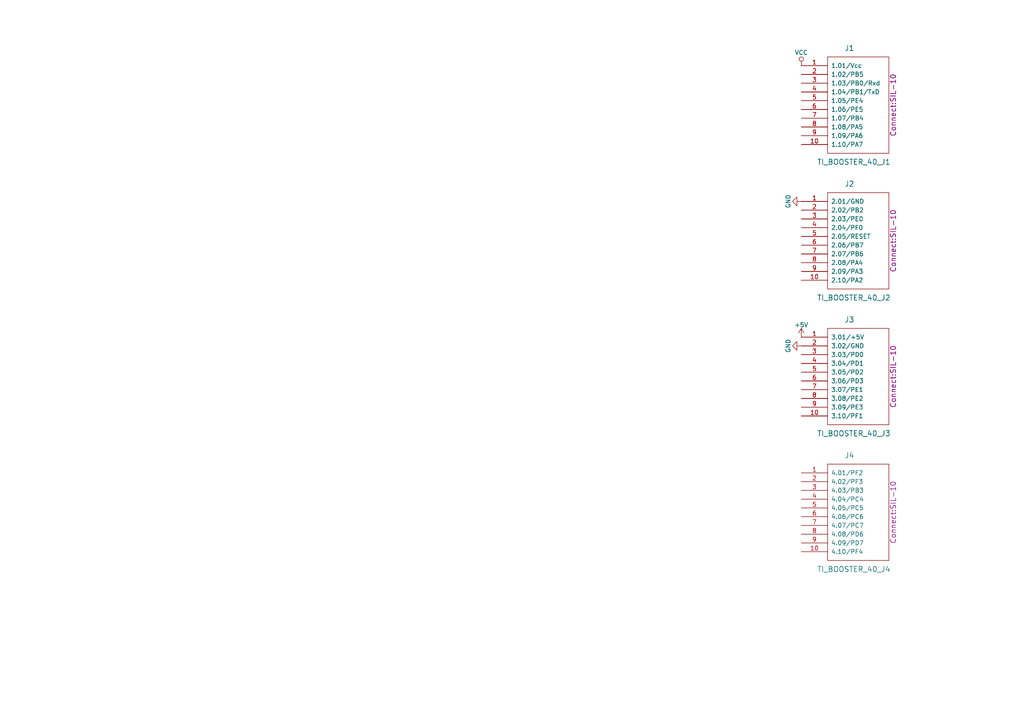
<source format=kicad_sch>
(kicad_sch (version 20230121) (generator eeschema)
  (paper "A4")
  (title_block (date "19 oct 2012"))
  (lib_symbols
    (symbol "boosterpack40_min-rescue:+5V" (power) (pin_names (offset 0))
      (property "Value" "+5V" (at 0 3.556 0))
      (symbol "+5V_0_1"
        (polyline (pts (xy -0.762 1.27) (xy 0 2.54)))
        (polyline (pts (xy 0 0) (xy 0 2.54)))
        (polyline (pts (xy 0 2.54) (xy 0.762 1.27)))
      )
      (symbol "+5V_1_1"
        (pin power_in line (at 0 0 90) (length 0) hide (name "+5V") (number "1"))
      )
    )
    (symbol "boosterpack40_min-rescue:GND" (power) (pin_names (offset 0))
      (property "Value" "GND" (at 0 -3.1242 0))
      (symbol "GND_0_1"
        (polyline (pts (xy 0 0) (xy 0 -1.27) (xy 1.27 -1.27) (xy 0 -2.54) (xy -1.27 -1.27) (xy 0 -1.27)))
      )
      (symbol "GND_1_1"
        (pin power_in line (at 0 0 270) (length 0) hide (name "GND") (number "1"))
      )
    )
    (symbol "boosterpack40_min-rescue:VCC" (power) (pin_names (offset 0))
      (property "Value" "VCC" (at 0 3.3782 0))
      (symbol "VCC_0_1"
        (polyline (pts (xy 0 0) (xy 0 1.27)))
        (circle (center 0 1.905) (radius 0.635))
      )
      (symbol "VCC_1_1"
        (pin power_in line (at 0 0 90) (length 0) hide (name "VCC") (number "1"))
      )
    )
    (symbol "boosterpack:Ti_Booster_40_J1" (pin_names (offset 1.016))
      (property "Reference" "J" (at -1.27 16.51 0))
      (property "Value" "Ti_Booster_40_J1" (at 0 -16.51 0))
      (symbol "Ti_Booster_40_J1_0_1"
        (rectangle (start -7.62 13.97) (end 10.16 -13.97))
      )
      (symbol "Ti_Booster_40_J1_1_1"
        (pin power_in line (at -15.24 11.43 0) (length 7.62) (name "1.01/Vcc") (number "1"))
        (pin bidirectional line (at -15.24 -11.43 0) (length 7.62) (name "1.10/PA7") (number "10"))
        (pin bidirectional line (at -15.24 8.89 0) (length 7.62) (name "1.02/PB5") (number "2"))
        (pin bidirectional line (at -15.24 6.35 0) (length 7.62) (name "1.03/PB0/Rxd") (number "3"))
        (pin bidirectional line (at -15.24 3.81 0) (length 7.62) (name "1.04/PB1/TxD") (number "4"))
        (pin bidirectional line (at -15.24 1.27 0) (length 7.62) (name "1.05/PE4") (number "5"))
        (pin bidirectional line (at -15.24 -1.27 0) (length 7.62) (name "1.06/PE5") (number "6"))
        (pin bidirectional line (at -15.24 -3.81 0) (length 7.62) (name "1.07/PB4") (number "7"))
        (pin bidirectional line (at -15.24 -6.35 0) (length 7.62) (name "1.08/PA5") (number "8"))
        (pin bidirectional line (at -15.24 -8.89 0) (length 7.62) (name "1.09/PA6") (number "9"))
      )
    )
    (symbol "boosterpack:Ti_Booster_40_J2" (pin_names (offset 1.016))
      (property "Reference" "J" (at -1.27 16.51 0))
      (property "Value" "Ti_Booster_40_J2" (at 0 -16.51 0))
      (symbol "Ti_Booster_40_J2_0_1"
        (rectangle (start -7.62 13.97) (end 10.16 -13.97))
      )
      (symbol "Ti_Booster_40_J2_1_1"
        (pin power_in line (at -15.24 11.43 0) (length 7.62) (name "2.01/GND") (number "1"))
        (pin bidirectional line (at -15.24 -11.43 0) (length 7.62) (name "2.10/PA2") (number "10"))
        (pin bidirectional line (at -15.24 8.89 0) (length 7.62) (name "2.02/PB2") (number "2"))
        (pin bidirectional line (at -15.24 6.35 0) (length 7.62) (name "2.03/PE0") (number "3"))
        (pin bidirectional line (at -15.24 3.81 0) (length 7.62) (name "2.04/PF0") (number "4"))
        (pin bidirectional line (at -15.24 1.27 0) (length 7.62) (name "2.05/RESET") (number "5"))
        (pin bidirectional line (at -15.24 -1.27 0) (length 7.62) (name "2.06/PB7") (number "6"))
        (pin bidirectional line (at -15.24 -3.81 0) (length 7.62) (name "2.07/PB6") (number "7"))
        (pin bidirectional line (at -15.24 -6.35 0) (length 7.62) (name "2.08/PA4") (number "8"))
        (pin bidirectional line (at -15.24 -8.89 0) (length 7.62) (name "2.09/PA3") (number "9"))
      )
    )
    (symbol "boosterpack:Ti_Booster_40_J3" (pin_names (offset 1.016))
      (property "Reference" "J" (at -1.27 16.51 0))
      (property "Value" "Ti_Booster_40_J3" (at 0 -16.51 0))
      (symbol "Ti_Booster_40_J3_0_1"
        (rectangle (start -7.62 13.97) (end 10.16 -13.97))
      )
      (symbol "Ti_Booster_40_J3_1_1"
        (pin power_in line (at -15.24 11.43 0) (length 7.62) (name "3.01/+5V") (number "1"))
        (pin bidirectional line (at -15.24 -11.43 0) (length 7.62) (name "3.10/PF1") (number "10"))
        (pin bidirectional line (at -15.24 8.89 0) (length 7.62) (name "3.02/GND") (number "2"))
        (pin bidirectional line (at -15.24 6.35 0) (length 7.62) (name "3.03/PD0") (number "3"))
        (pin bidirectional line (at -15.24 3.81 0) (length 7.62) (name "3.04/PD1") (number "4"))
        (pin bidirectional line (at -15.24 1.27 0) (length 7.62) (name "3.05/PD2") (number "5"))
        (pin bidirectional line (at -15.24 -1.27 0) (length 7.62) (name "3.06/PD3") (number "6"))
        (pin bidirectional line (at -15.24 -3.81 0) (length 7.62) (name "3.07/PE1") (number "7"))
        (pin bidirectional line (at -15.24 -6.35 0) (length 7.62) (name "3.08/PE2") (number "8"))
        (pin bidirectional line (at -15.24 -8.89 0) (length 7.62) (name "3.09/PE3") (number "9"))
      )
    )
    (symbol "boosterpack:Ti_Booster_40_J4" (pin_names (offset 1.016))
      (property "Reference" "J" (at -1.27 16.51 0))
      (property "Value" "Ti_Booster_40_J4" (at 0 -16.51 0))
      (symbol "Ti_Booster_40_J4_0_1"
        (rectangle (start -7.62 13.97) (end 10.16 -13.97))
      )
      (symbol "Ti_Booster_40_J4_1_1"
        (pin power_in line (at -15.24 11.43 0) (length 7.62) (name "4.01/PF2") (number "1"))
        (pin bidirectional line (at -15.24 -11.43 0) (length 7.62) (name "4.10/PF4") (number "10"))
        (pin bidirectional line (at -15.24 8.89 0) (length 7.62) (name "4.02/PF3") (number "2"))
        (pin bidirectional line (at -15.24 6.35 0) (length 7.62) (name "4.03/PB3") (number "3"))
        (pin bidirectional line (at -15.24 3.81 0) (length 7.62) (name "4.04/PC4") (number "4"))
        (pin bidirectional line (at -15.24 1.27 0) (length 7.62) (name "4.05/PC5") (number "5"))
        (pin bidirectional line (at -15.24 -1.27 0) (length 7.62) (name "4.06/PC6") (number "6"))
        (pin bidirectional line (at -15.24 -3.81 0) (length 7.62) (name "4.07/PC7") (number "7"))
        (pin bidirectional line (at -15.24 -6.35 0) (length 7.62) (name "4.08/PD6") (number "8"))
        (pin bidirectional line (at -15.24 -8.89 0) (length 7.62) (name "4.09/PD7") (number "9"))
      )
    )
  )
  (symbol (lib_id "boosterpack40_min-rescue:GND") (at 232.41 58.42 270) (unit 1)
    (property "Reference" "#PWR01" (effects hide))
    (property "Value" "GND" (at 228.6 58.42 0))
  )
  (symbol (lib_id "boosterpack40_min-rescue:VCC") (at 232.41 19.05 0) (unit 1)
    (property "Reference" "#PWR02" (effects hide))
    (property "Value" "VCC" (at 232.41 15.24 0))
  )
  (symbol (lib_id "boosterpack:Ti_Booster_40_J1") (at 247.65 30.48 0) (unit 1)
    (property "Reference" "J1" (at 246.38 13.97 0) (effects (font (size 1.524 1.524))))
    (property "Value" "TI_BOOSTER_40_J1" (at 247.65 46.99 0) (effects (font (size 1.524 1.524))))
    (property "Footprint" "Connect:SIL-10" (at 259.08 30.48 90) (effects (font (size 1.524 1.524))))
  )
  (symbol (lib_id "boosterpack:Ti_Booster_40_J2") (at 247.65 69.85 0) (unit 1)
    (property "Reference" "J2" (at 246.38 53.34 0) (effects (font (size 1.524 1.524))))
    (property "Value" "TI_BOOSTER_40_J2" (at 247.65 86.36 0) (effects (font (size 1.524 1.524))))
    (property "Footprint" "Connect:SIL-10" (at 259.08 69.85 90) (effects (font (size 1.524 1.524))))
  )
  (symbol (lib_id "boosterpack:Ti_Booster_40_J3") (at 247.65 109.22 0) (unit 1)
    (property "Reference" "J3" (at 246.38 92.71 0) (effects (font (size 1.524 1.524))))
    (property "Value" "TI_BOOSTER_40_J3" (at 247.65 125.73 0) (effects (font (size 1.524 1.524))))
    (property "Footprint" "Connect:SIL-10" (at 259.08 109.22 90) (effects (font (size 1.524 1.524))))
  )
  (symbol (lib_id "boosterpack:Ti_Booster_40_J4") (at 247.65 148.59 0) (unit 1)
    (property "Reference" "J4" (at 246.38 132.08 0) (effects (font (size 1.524 1.524))))
    (property "Value" "TI_BOOSTER_40_J4" (at 247.65 165.1 0) (effects (font (size 1.524 1.524))))
    (property "Footprint" "Connect:SIL-10" (at 259.08 148.59 90) (effects (font (size 1.524 1.524))))
  )
  (symbol (lib_id "boosterpack40_min-rescue:GND") (at 232.41 100.33 270) (unit 1)
    (property "Reference" "#PWR03" (effects hide))
    (property "Value" "GND" (at 228.6 100.33 0))
  )
  (symbol (lib_id "boosterpack40_min-rescue:+5V") (at 232.41 97.79 0) (unit 1)
    (property "Reference" "#PWR04" (effects hide))
    (property "Value" "+5V" (at 232.41 94.234 0))
  )
)
</source>
